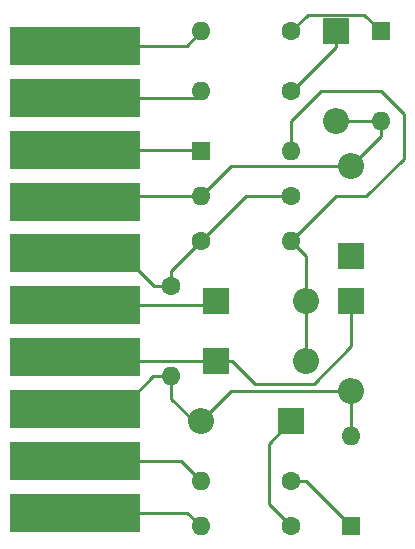
<source format=gbr>
G04 #@! TF.GenerationSoftware,KiCad,Pcbnew,(2017-12-21 revision 23d71cfa9)-makepkg*
G04 #@! TF.CreationDate,2018-06-03T16:50:17-04:00*
G04 #@! TF.ProjectId,OdysseyDaughterCardGateMatrix,4F647973736579446175676874657243,0.1*
G04 #@! TF.SameCoordinates,Original*
G04 #@! TF.FileFunction,Copper,L2,Bot,Signal*
G04 #@! TF.FilePolarity,Positive*
%FSLAX46Y46*%
G04 Gerber Fmt 4.6, Leading zero omitted, Abs format (unit mm)*
G04 Created by KiCad (PCBNEW (2017-12-21 revision 23d71cfa9)-makepkg) date 06/03/18 16:50:17*
%MOMM*%
%LPD*%
G01*
G04 APERTURE LIST*
%ADD10R,11.000000X3.250000*%
%ADD11R,2.200000X2.200000*%
%ADD12O,2.200000X2.200000*%
%ADD13R,1.600000X1.600000*%
%ADD14O,1.600000X1.600000*%
%ADD15C,1.600000*%
%ADD16C,0.250000*%
G04 APERTURE END LIST*
D10*
X129000000Y-81250000D03*
X129000000Y-85638888D03*
X129000000Y-90027776D03*
X129000000Y-94416664D03*
X129000000Y-98805552D03*
X129000000Y-103194440D03*
X129000000Y-107583328D03*
X129000000Y-111972216D03*
X129000000Y-116361104D03*
X129000000Y-120749992D03*
D11*
X147320000Y-113030000D03*
D12*
X139700000Y-113030000D03*
X151130000Y-87630000D03*
D11*
X151130000Y-80010000D03*
D13*
X152400000Y-121920000D03*
D14*
X152400000Y-114300000D03*
X154940000Y-87630000D03*
D13*
X154940000Y-80010000D03*
D11*
X140970000Y-107950000D03*
D12*
X148590000Y-107950000D03*
D11*
X152400000Y-99060000D03*
D12*
X152400000Y-91440000D03*
X152400000Y-110490000D03*
D11*
X152400000Y-102870000D03*
D13*
X139700000Y-90170000D03*
D14*
X147320000Y-90170000D03*
D12*
X148590000Y-102870000D03*
D11*
X140970000Y-102870000D03*
D14*
X139700000Y-121920000D03*
D15*
X147320000Y-121920000D03*
X147320000Y-85090000D03*
D14*
X139700000Y-85090000D03*
X139700000Y-118110000D03*
D15*
X147320000Y-118110000D03*
D14*
X139700000Y-80010000D03*
D15*
X147320000Y-80010000D03*
X139700000Y-97790000D03*
D14*
X147320000Y-97790000D03*
D15*
X147320000Y-93980000D03*
D14*
X139700000Y-93980000D03*
X137160000Y-109220000D03*
D15*
X137160000Y-101600000D03*
D16*
X145415000Y-120015000D02*
X145415000Y-114935000D01*
X147320000Y-121920000D02*
X145415000Y-120015000D01*
X145415000Y-114935000D02*
X147320000Y-113030000D01*
X152400000Y-110490000D02*
X152400000Y-112045634D01*
X152400000Y-112045634D02*
X152400000Y-114300000D01*
X137160000Y-111125000D02*
X139065000Y-113030000D01*
X137160000Y-109220000D02*
X137160000Y-111125000D01*
X139065000Y-113030000D02*
X139700000Y-113030000D01*
X142240000Y-110490000D02*
X150844366Y-110490000D01*
X139700000Y-113030000D02*
X142240000Y-110490000D01*
X150844366Y-110490000D02*
X152400000Y-110490000D01*
X129000000Y-111972216D02*
X132875000Y-111972216D01*
X132875000Y-111972216D02*
X135627216Y-109220000D01*
X135627216Y-109220000D02*
X136028630Y-109220000D01*
X136028630Y-109220000D02*
X137160000Y-109220000D01*
X139700000Y-93980000D02*
X129436664Y-93980000D01*
X129436664Y-93980000D02*
X129000000Y-94416664D01*
X152400000Y-91440000D02*
X142240000Y-91440000D01*
X142240000Y-91440000D02*
X139700000Y-93980000D01*
X154940000Y-87630000D02*
X154940000Y-88900000D01*
X154940000Y-88900000D02*
X152400000Y-91440000D01*
X154940000Y-87630000D02*
X151130000Y-87630000D01*
X151130000Y-80010000D02*
X151130000Y-81360000D01*
X151130000Y-81360000D02*
X147400000Y-85090000D01*
X147400000Y-85090000D02*
X147320000Y-85090000D01*
X147320000Y-118110000D02*
X148590000Y-118110000D01*
X148590000Y-118110000D02*
X152400000Y-121920000D01*
X153514999Y-78584999D02*
X154940000Y-80010000D01*
X147320000Y-80010000D02*
X148745001Y-78584999D01*
X148745001Y-78584999D02*
X153514999Y-78584999D01*
X142320000Y-107950000D02*
X144225000Y-109855000D01*
X140970000Y-107950000D02*
X142320000Y-107950000D01*
X144225000Y-109855000D02*
X149225000Y-109855000D01*
X149225000Y-109855000D02*
X152400000Y-106680000D01*
X152400000Y-106680000D02*
X152400000Y-104220000D01*
X152400000Y-104220000D02*
X152400000Y-102870000D01*
X140970000Y-107950000D02*
X129366672Y-107950000D01*
X129366672Y-107950000D02*
X129000000Y-107583328D01*
X156845000Y-90805000D02*
X153670000Y-93980000D01*
X156845000Y-86995000D02*
X156845000Y-90805000D01*
X154940000Y-85090000D02*
X156845000Y-86995000D01*
X149860000Y-85090000D02*
X154940000Y-85090000D01*
X147320000Y-90170000D02*
X147320000Y-87630000D01*
X147320000Y-87630000D02*
X149860000Y-85090000D01*
X153670000Y-93980000D02*
X151130000Y-93980000D01*
X151130000Y-93980000D02*
X147320000Y-97790000D01*
X148590000Y-102870000D02*
X148590000Y-107950000D01*
X147320000Y-97790000D02*
X148590000Y-99060000D01*
X148590000Y-99060000D02*
X148590000Y-102870000D01*
X129000000Y-90027776D02*
X139557776Y-90027776D01*
X139557776Y-90027776D02*
X139700000Y-90170000D01*
X129000000Y-103194440D02*
X140645560Y-103194440D01*
X140645560Y-103194440D02*
X140970000Y-102870000D01*
X129000000Y-120749992D02*
X138529992Y-120749992D01*
X138529992Y-120749992D02*
X139700000Y-121920000D01*
X129000000Y-85638888D02*
X139151112Y-85638888D01*
X139151112Y-85638888D02*
X139700000Y-85090000D01*
X129000000Y-116361104D02*
X137951104Y-116361104D01*
X137951104Y-116361104D02*
X139700000Y-118110000D01*
X129000000Y-81250000D02*
X138460000Y-81250000D01*
X138460000Y-81250000D02*
X139700000Y-80010000D01*
X139700000Y-97790000D02*
X143510000Y-93980000D01*
X143510000Y-93980000D02*
X147320000Y-93980000D01*
X137160000Y-101600000D02*
X137160000Y-100330000D01*
X137160000Y-100330000D02*
X139700000Y-97790000D01*
X129000000Y-98805552D02*
X132875000Y-98805552D01*
X132875000Y-98805552D02*
X135669448Y-101600000D01*
X135669448Y-101600000D02*
X136028630Y-101600000D01*
X136028630Y-101600000D02*
X137160000Y-101600000D01*
M02*

</source>
